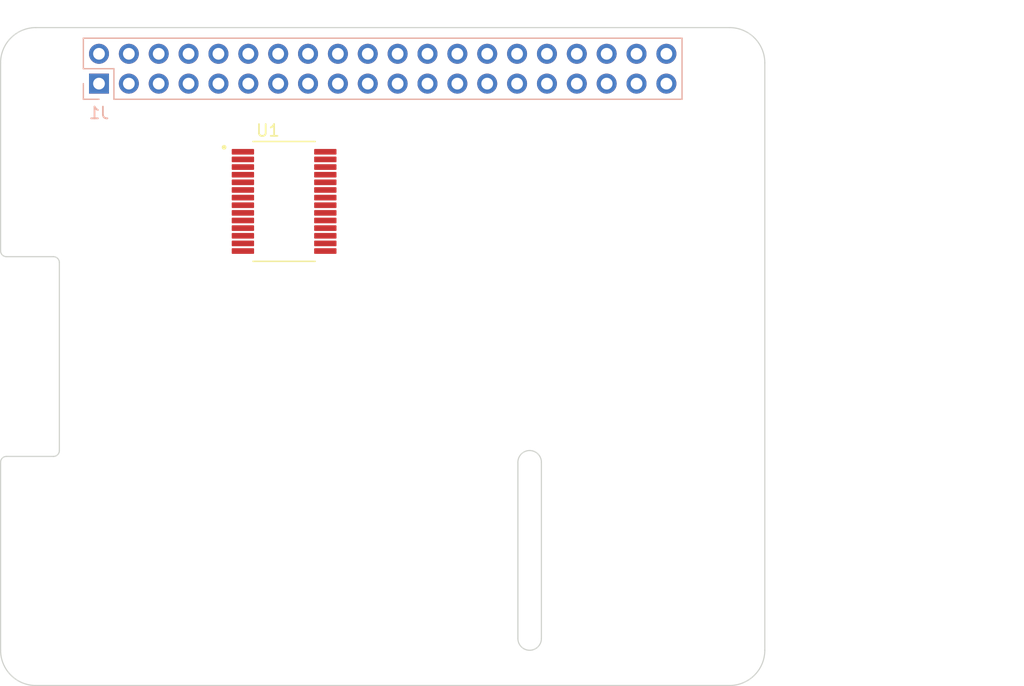
<source format=kicad_pcb>
(kicad_pcb (version 20241229) (generator "pcbnew") (generator_version "9.0")
  (title_block (date "15 nov 2012"))
  (layers (0 "F.Cu" signal) (2 "B.Cu" signal) (13 "F.Paste" user) (15 "B.Paste" user) (5 "F.SilkS" user "F.Silkscreen") (7 "B.SilkS" user "B.Silkscreen") (1 "F.Mask" user) (3 "B.Mask" user) (25 "Edge.Cuts" user))
  (net 0 "")
  (net 1 "GND")
  (net 2 "/GPIO2{slash}SDA1")
  (net 3 "/GPIO3{slash}SCL1")
  (net 4 "/GPIO4{slash}GPCLK0")
  (net 5 "/GPIO14{slash}TXD0")
  (net 6 "/GPIO15{slash}RXD0")
  (net 7 "/GPIO17")
  (net 8 "/GPIO18{slash}PCM.CLK")
  (net 9 "/GPIO27")
  (net 10 "/GPIO22")
  (net 11 "/GPIO23")
  (net 12 "/GPIO24")
  (net 13 "/GPIO10{slash}SPI0.MOSI")
  (net 14 "/GPIO9{slash}SPI0.MISO")
  (net 15 "/GPIO25")
  (net 16 "/GPIO11{slash}SPI0.SCLK")
  (net 17 "/GPIO8{slash}SPI0.CE0")
  (net 18 "/GPIO7{slash}SPI0.CE1")
  (net 19 "/ID_SDA")
  (net 20 "/ID_SCL")
  (net 21 "/GPIO5")
  (net 22 "/GPIO6")
  (net 23 "/GPIO12{slash}PWM0")
  (net 24 "/GPIO13{slash}PWM1")
  (net 25 "/GPIO19{slash}PCM.FS")
  (net 26 "/GPIO16")
  (net 27 "/GPIO26")
  (net 28 "/GPIO20{slash}PCM.DIN")
  (net 29 "/GPIO21{slash}PCM.DOUT")
  (net 30 "+5V")
  (net 31 "+3V3")
  (net 36 "Net-(U1-XTAL1{slash}CLKIN)")
  (net 47 "Net-(U1-XTAL2)")
  (footprint "MountingHole:MountingHole_2.7mm_M2.5" (layer "F.Cu") (at 161.5 47.5)
    (property "Reference" "MH2" (hide yes))
    (property "Value" "MountingHole_2.7mm_M2.5" (hide yes))
    (pad "" np_thru_hole circle (at 0 0) (size 2.7 2.7) (drill 2.7) (layers "*.Cu" "*.Mask"))
  )
  (footprint "MountingHole:MountingHole_2.7mm_M2.5" (layer "F.Cu") (at 103.5 96.5)
    (property "Reference" "MH3" (hide yes))
    (property "Value" "MountingHole_2.7mm_M2.5" (hide yes))
    (pad "" np_thru_hole circle (at 0 0) (size 2.7 2.7) (drill 2.7) (layers "*.Cu" "*.Mask"))
  )
  (footprint "MountingHole:MountingHole_2.7mm_M2.5" (layer "F.Cu") (at 103.5 47.5)
    (property "Reference" "MH1" (hide yes))
    (property "Value" "MountingHole_2.7mm_M2.5" (hide yes))
    (pad "" np_thru_hole circle (at 0 0) (size 2.7 2.7) (drill 2.7) (layers "*.Cu" "*.Mask"))
  )
  (footprint "1Personal:IC_ADC_ADS1256IDBR" (layer "F.Cu") (at 124.115 58.795)
    (property "Reference" "U1" (at -1.375 -6.035 0) (layer "F.SilkS"))
    (property "Value" "ADS1256IDBR")
    (fp_line (start -2.65 -5.1) (end 2.65 -5.1) (stroke (width 0.127)) (layer "F.SilkS"))
    (fp_line (start -2.65 5.1) (end 2.65 5.1) (stroke (width 0.127)) (layer "F.SilkS"))
    (fp_circle (center -5.105 -4.605) (end -5.005 -4.605) (stroke (width 0.2)) (fill no) (layer "F.SilkS"))
    (pad "1" smd roundrect (at -3.505 -4.225) (size 1.9 0.48) (layers "F.Cu" "F.Mask" "F.Paste") (roundrect_rratio 0.125) (net 30 "+5V"))
    (pad "2" smd roundrect (at -3.505 -3.575) (size 1.9 0.48) (layers "F.Cu" "F.Mask" "F.Paste") (roundrect_rratio 0.125) (net 1 "GND"))
    (pad "3" smd roundrect (at -3.505 -2.925) (size 1.9 0.48) (layers "F.Cu" "F.Mask" "F.Paste") (roundrect_rratio 0.125))
    (pad "4" smd roundrect (at -3.505 -2.275) (size 1.9 0.48) (layers "F.Cu" "F.Mask" "F.Paste") (roundrect_rratio 0.125))
    (pad "5" smd roundrect (at -3.505 -1.625) (size 1.9 0.48) (layers "F.Cu" "F.Mask" "F.Paste") (roundrect_rratio 0.125))
    (pad "6" smd roundrect (at -3.505 -0.975) (size 1.9 0.48) (layers "F.Cu" "F.Mask" "F.Paste") (roundrect_rratio 0.125))
    (pad "7" smd roundrect (at -3.505 -0.325) (size 1.9 0.48) (layers "F.Cu" "F.Mask" "F.Paste") (roundrect_rratio 0.125))
    (pad "8" smd roundrect (at -3.505 0.325) (size 1.9 0.48) (layers "F.Cu" "F.Mask" "F.Paste") (roundrect_rratio 0.125))
    (pad "9" smd roundrect (at -3.505 0.975) (size 1.9 0.48) (layers "F.Cu" "F.Mask" "F.Paste") (roundrect_rratio 0.125))
    (pad "10" smd roundrect (at -3.505 1.625) (size 1.9 0.48) (layers "F.Cu" "F.Mask" "F.Paste") (roundrect_rratio 0.125))
    (pad "11" smd roundrect (at -3.505 2.275) (size 1.9 0.48) (layers "F.Cu" "F.Mask" "F.Paste") (roundrect_rratio 0.125))
    (pad "12" smd roundrect (at -3.505 2.925) (size 1.9 0.48) (layers "F.Cu" "F.Mask" "F.Paste") (roundrect_rratio 0.125))
    (pad "13" smd roundrect (at -3.505 3.575) (size 1.9 0.48) (layers "F.Cu" "F.Mask" "F.Paste") (roundrect_rratio 0.125))
    (pad "14" smd roundrect (at -3.505 4.225) (size 1.9 0.48) (layers "F.Cu" "F.Mask" "F.Paste") (roundrect_rratio 0.125))
    (pad "15" smd roundrect (at 3.505 4.225) (size 1.9 0.48) (layers "F.Cu" "F.Mask" "F.Paste") (roundrect_rratio 0.125))
    (pad "16" smd roundrect (at 3.505 3.575) (size 1.9 0.48) (layers "F.Cu" "F.Mask" "F.Paste") (roundrect_rratio 0.125) (net 31 "+3V3"))
    (pad "17" smd roundrect (at 3.505 2.925) (size 1.9 0.48) (layers "F.Cu" "F.Mask" "F.Paste") (roundrect_rratio 0.125) (net 1 "GND"))
    (pad "18" smd roundrect (at 3.505 2.275) (size 1.9 0.48) (layers "F.Cu" "F.Mask" "F.Paste") (roundrect_rratio 0.125) (net 47 "Net-(U1-XTAL2)"))
    (pad "19" smd roundrect (at 3.505 1.625) (size 1.9 0.48) (layers "F.Cu" "F.Mask" "F.Paste") (roundrect_rratio 0.125) (net 36 "Net-(U1-XTAL1{slash}CLKIN)"))
    (pad "20" smd roundrect (at 3.505 0.975) (size 1.9 0.48) (layers "F.Cu" "F.Mask" "F.Paste") (roundrect_rratio 0.125) (net 17 "/GPIO8{slash}SPI0.CE0"))
    (pad "21" smd roundrect (at 3.505 0.325) (size 1.9 0.48) (layers "F.Cu" "F.Mask" "F.Paste") (roundrect_rratio 0.125))
    (pad "22" smd roundrect (at 3.505 -0.325) (size 1.9 0.48) (layers "F.Cu" "F.Mask" "F.Paste") (roundrect_rratio 0.125) (net 14 "/GPIO9{slash}SPI0.MISO"))
    (pad "23" smd roundrect (at 3.505 -0.975) (size 1.9 0.48) (layers "F.Cu" "F.Mask" "F.Paste") (roundrect_rratio 0.125) (net 13 "/GPIO10{slash}SPI0.MOSI"))
    (pad "24" smd roundrect (at 3.505 -1.625) (size 1.9 0.48) (layers "F.Cu" "F.Mask" "F.Paste") (roundrect_rratio 0.125) (net 16 "/GPIO11{slash}SPI0.SCLK"))
    (pad "25" smd roundrect (at 3.505 -2.275) (size 1.9 0.48) (layers "F.Cu" "F.Mask" "F.Paste") (roundrect_rratio 0.125))
    (pad "26" smd roundrect (at 3.505 -2.925) (size 1.9 0.48) (layers "F.Cu" "F.Mask" "F.Paste") (roundrect_rratio 0.125))
    (pad "27" smd roundrect (at 3.505 -3.575) (size 1.9 0.48) (layers "F.Cu" "F.Mask" "F.Paste") (roundrect_rratio 0.125))
    (pad "28" smd roundrect (at 3.505 -4.225) (size 1.9 0.48) (layers "F.Cu" "F.Mask" "F.Paste") (roundrect_rratio 0.125))
  )
  (footprint "MountingHole:MountingHole_2.7mm_M2.5" (layer "F.Cu") (at 161.5 96.5)
    (property "Reference" "MH4" (hide yes))
    (property "Value" "MountingHole_2.7mm_M2.5" (hide yes))
    (pad "" np_thru_hole circle (at 0 0) (size 2.7 2.7) (drill 2.7) (layers "*.Cu" "*.Mask"))
  )
  (footprint "Connector_PinSocket_2.54mm:PinSocket_2x20_P2.54mm_Vertical" (layer "B.Cu") (at 108.37 48.77 -90)
    (property "Reference" "J1" (at 2.5 0 0) (layer "B.SilkS") (effects (justify mirror)))
    (property "Value" "GPIO")
    (fp_line (start -3.87 1.33) (end -1.27 1.33) (stroke (width 0.12)) (layer "B.SilkS"))
    (fp_line (start -3.87 1.33) (end -3.87 -49.59) (stroke (width 0.12)) (layer "B.SilkS"))
    (fp_line (start -1.27 1.33) (end -1.27 -1.27) (stroke (width 0.12)) (layer "B.SilkS"))
    (fp_line (start 0 1.33) (end 1.33 1.33) (stroke (width 0.12)) (layer "B.SilkS"))
    (fp_line (start 1.33 1.33) (end 1.33 0) (stroke (width 0.12)) (layer "B.SilkS"))
    (fp_line (start -1.27 -1.27) (end 1.33 -1.27) (stroke (width 0.12)) (layer "B.SilkS"))
    (fp_line (start 1.33 -1.27) (end 1.33 -49.59) (stroke (width 0.12)) (layer "B.SilkS"))
    (fp_line (start -3.87 -49.59) (end 1.33 -49.59) (stroke (width 0.12)) (layer "B.SilkS"))
    (pad "1" thru_hole rect (at 0 0 270) (size 1.7 1.7) (drill 1) (layers "*.Cu" "*.Mask") (net 31 "+3V3"))
    (pad "2" thru_hole oval (at -2.54 0 270) (size 1.7 1.7) (drill 1) (layers "*.Cu" "*.Mask") (net 30 "+5V"))
    (pad "3" thru_hole oval (at 0 -2.54 270) (size 1.7 1.7) (drill 1) (layers "*.Cu" "*.Mask") (net 2 "/GPIO2{slash}SDA1"))
    (pad "4" thru_hole oval (at -2.54 -2.54 270) (size 1.7 1.7) (drill 1) (layers "*.Cu" "*.Mask") (net 30 "+5V"))
    (pad "5" thru_hole oval (at 0 -5.08 270) (size 1.7 1.7) (drill 1) (layers "*.Cu" "*.Mask") (net 3 "/GPIO3{slash}SCL1"))
    (pad "6" thru_hole oval (at -2.54 -5.08 270) (size 1.7 1.7) (drill 1) (layers "*.Cu" "*.Mask") (net 1 "GND"))
    (pad "7" thru_hole oval (at 0 -7.62 270) (size 1.7 1.7) (drill 1) (layers "*.Cu" "*.Mask") (net 4 "/GPIO4{slash}GPCLK0"))
    (pad "8" thru_hole oval (at -2.54 -7.62 270) (size 1.7 1.7) (drill 1) (layers "*.Cu" "*.Mask") (net 5 "/GPIO14{slash}TXD0"))
    (pad "9" thru_hole oval (at 0 -10.16 270) (size 1.7 1.7) (drill 1) (layers "*.Cu" "*.Mask") (net 1 "GND"))
    (pad "10" thru_hole oval (at -2.54 -10.16 270) (size 1.7 1.7) (drill 1) (layers "*.Cu" "*.Mask") (net 6 "/GPIO15{slash}RXD0"))
    (pad "11" thru_hole oval (at 0 -12.7 270) (size 1.7 1.7) (drill 1) (layers "*.Cu" "*.Mask") (net 7 "/GPIO17"))
    (pad "12" thru_hole oval (at -2.54 -12.7 270) (size 1.7 1.7) (drill 1) (layers "*.Cu" "*.Mask") (net 8 "/GPIO18{slash}PCM.CLK"))
    (pad "13" thru_hole oval (at 0 -15.24 270) (size 1.7 1.7) (drill 1) (layers "*.Cu" "*.Mask") (net 9 "/GPIO27"))
    (pad "14" thru_hole oval (at -2.54 -15.24 270) (size 1.7 1.7) (drill 1) (layers "*.Cu" "*.Mask") (net 1 "GND"))
    (pad "15" thru_hole oval (at 0 -17.78 270) (size 1.7 1.7) (drill 1) (layers "*.Cu" "*.Mask") (net 10 "/GPIO22"))
    (pad "16" thru_hole oval (at -2.54 -17.78 270) (size 1.7 1.7) (drill 1) (layers "*.Cu" "*.Mask") (net 11 "/GPIO23"))
    (pad "17" thru_hole oval (at 0 -20.32 270) (size 1.7 1.7) (drill 1) (layers "*.Cu" "*.Mask") (net 31 "+3V3"))
    (pad "18" thru_hole oval (at -2.54 -20.32 270) (size 1.7 1.7) (drill 1) (layers "*.Cu" "*.Mask") (net 12 "/GPIO24"))
    (pad "19" thru_hole oval (at 0 -22.86 270) (size 1.7 1.7) (drill 1) (layers "*.Cu" "*.Mask") (net 13 "/GPIO10{slash}SPI0.MOSI"))
    (pad "20" thru_hole oval (at -2.54 -22.86 270) (size 1.7 1.7) (drill 1) (layers "*.Cu" "*.Mask") (net 1 "GND"))
    (pad "21" thru_hole oval (at 0 -25.4 270) (size 1.7 1.7) (drill 1) (layers "*.Cu" "*.Mask") (net 14 "/GPIO9{slash}SPI0.MISO"))
    (pad "22" thru_hole oval (at -2.54 -25.4 270) (size 1.7 1.7) (drill 1) (layers "*.Cu" "*.Mask") (net 15 "/GPIO25"))
    (pad "23" thru_hole oval (at 0 -27.94 270) (size 1.7 1.7) (drill 1) (layers "*.Cu" "*.Mask") (net 16 "/GPIO11{slash}SPI0.SCLK"))
    (pad "24" thru_hole oval (at -2.54 -27.94 270) (size 1.7 1.7) (drill 1) (layers "*.Cu" "*.Mask") (net 17 "/GPIO8{slash}SPI0.CE0"))
    (pad "25" thru_hole oval (at 0 -30.48 270) (size 1.7 1.7) (drill 1) (layers "*.Cu" "*.Mask") (net 1 "GND"))
    (pad "26" thru_hole oval (at -2.54 -30.48 270) (size 1.7 1.7) (drill 1) (layers "*.Cu" "*.Mask") (net 18 "/GPIO7{slash}SPI0.CE1"))
    (pad "27" thru_hole oval (at 0 -33.02 270) (size 1.7 1.7) (drill 1) (layers "*.Cu" "*.Mask") (net 19 "/ID_SDA"))
    (pad "28" thru_hole oval (at -2.54 -33.02 270) (size 1.7 1.7) (drill 1) (layers "*.Cu" "*.Mask") (net 20 "/ID_SCL"))
    (pad "29" thru_hole oval (at 0 -35.56 270) (size 1.7 1.7) (drill 1) (layers "*.Cu" "*.Mask") (net 21 "/GPIO5"))
    (pad "30" thru_hole oval (at -2.54 -35.56 270) (size 1.7 1.7) (drill 1) (layers "*.Cu" "*.Mask") (net 1 "GND"))
    (pad "31" thru_hole oval (at 0 -38.1 270) (size 1.7 1.7) (drill 1) (layers "*.Cu" "*.Mask") (net 22 "/GPIO6"))
    (pad "32" thru_hole oval (at -2.54 -38.1 270) (size 1.7 1.7) (drill 1) (layers "*.Cu" "*.Mask") (net 23 "/GPIO12{slash}PWM0"))
    (pad "33" thru_hole oval (at 0 -40.64 270) (size 1.7 1.7) (drill 1) (layers "*.Cu" "*.Mask") (net 24 "/GPIO13{slash}PWM1"))
    (pad "34" thru_hole oval (at -2.54 -40.64 270) (size 1.7 1.7) (drill 1) (layers "*.Cu" "*.Mask") (net 1 "GND"))
    (pad "35" thru_hole oval (at 0 -43.18 270) (size 1.7 1.7) (drill 1) (layers "*.Cu" "*.Mask") (net 25 "/GPIO19{slash}PCM.FS"))
    (pad "36" thru_hole oval (at -2.54 -43.18 270) (size 1.7 1.7) (drill 1) (layers "*.Cu" "*.Mask") (net 26 "/GPIO16"))
    (pad "37" thru_hole oval (at 0 -45.72 270) (size 1.7 1.7) (drill 1) (layers "*.Cu" "*.Mask") (net 27 "/GPIO26"))
    (pad "38" thru_hole oval (at -2.54 -45.72 270) (size 1.7 1.7) (drill 1) (layers "*.Cu" "*.Mask") (net 28 "/GPIO20{slash}PCM.DIN"))
    (pad "39" thru_hole oval (at 0 -48.26 270) (size 1.7 1.7) (drill 1) (layers "*.Cu" "*.Mask") (net 1 "GND"))
    (pad "40" thru_hole oval (at -2.54 -48.26 270) (size 1.7 1.7) (drill 1) (layers "*.Cu" "*.Mask") (net 29 "/GPIO21{slash}PCM.DOUT"))
  )
  (gr_arc (start 100.5 63.5) (mid 100.146447 63.353553) (end 100 63) (stroke (width 0.1)) (layer "Edge.Cuts"))
  (gr_arc (start 162 44) (mid 164.12132 44.87868) (end 165 47) (stroke (width 0.1)) (layer "Edge.Cuts"))
  (gr_line (start 165 97) (end 165 47) (stroke (width 0.1)) (layer "Edge.Cuts"))
  (gr_line (start 100 47) (end 100 63) (stroke (width 0.1)) (layer "Edge.Cuts"))
  (gr_line (start 146 81) (end 146 96) (stroke (width 0.1)) (layer "Edge.Cuts"))
  (gr_line (start 144 96) (end 144 81) (stroke (width 0.1)) (layer "Edge.Cuts"))
  (gr_arc (start 103 100) (mid 100.87868 99.12132) (end 100 97) (stroke (width 0.1)) (layer "Edge.Cuts"))
  (gr_line (start 103 100) (end 162 100) (stroke (width 0.1)) (layer "Edge.Cuts"))
  (gr_line (start 104.5 80.5) (end 100.5 80.5) (stroke (width 0.1)) (layer "Edge.Cuts"))
  (gr_arc (start 144 81) (mid 145 80) (end 146 81) (stroke (width 0.1)) (layer "Edge.Cuts"))
  (gr_arc (start 100 81) (mid 100.146138 80.646755) (end 100.499127 80.500001) (stroke (width 0.1)) (layer "Edge.Cuts"))
  (gr_arc (start 165 97) (mid 164.12132 99.12132) (end 162 100) (stroke (width 0.1)) (layer "Edge.Cuts"))
  (gr_line (start 105 64) (end 105 80) (stroke (width 0.1)) (layer "Edge.Cuts"))
  (gr_arc (start 100 47) (mid 100.87868 44.87868) (end 103 44) (stroke (width 0.1)) (layer "Edge.Cuts"))
  (gr_arc (start 146 96) (mid 145 97) (end 144 96) (stroke (width 0.1)) (layer "Edge.Cuts"))
  (gr_line (start 100 81) (end 100 97) (stroke (width 0.1)) (layer "Edge.Cuts"))
  (gr_line (start 100.5 63.5) (end 104.5 63.5) (stroke (width 0.1)) (layer "Edge.Cuts"))
  (gr_arc (start 105 80) (mid 104.853553 80.353553) (end 104.5 80.5) (stroke (width 0.1)) (layer "Edge.Cuts"))
  (gr_arc (start 104.5 63.5) (mid 104.853553 63.646447) (end 105 64) (stroke (width 0.1)) (layer "Edge.Cuts"))
  (gr_line (start 162 44) (end 103 44) (stroke (width 0.1)) (layer "Edge.Cuts"))
)
</source>
